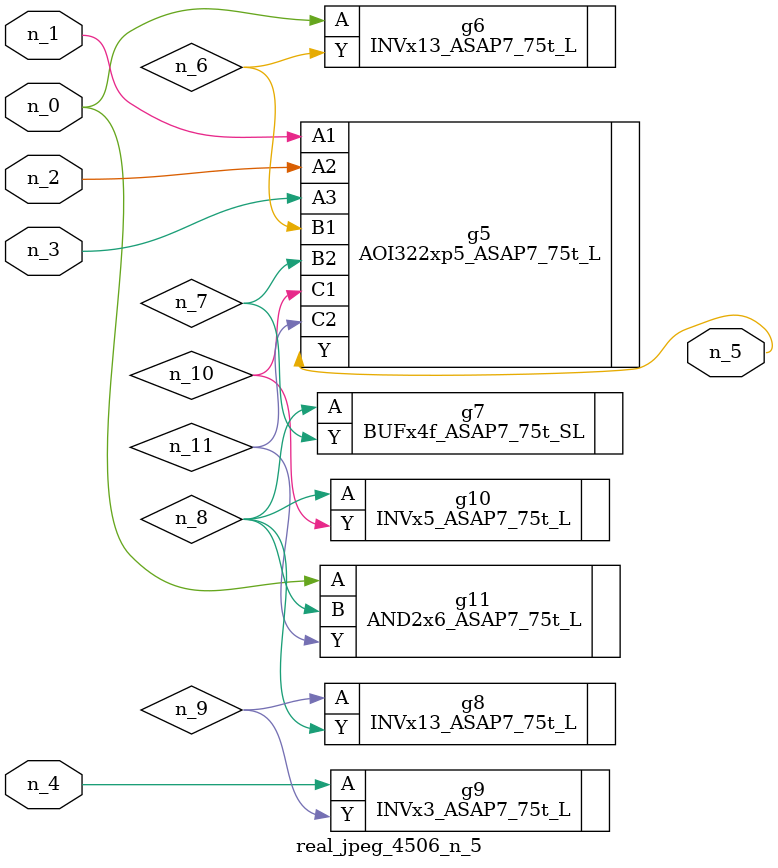
<source format=v>
module real_jpeg_4506_n_5 (n_4, n_0, n_1, n_2, n_3, n_5);

input n_4;
input n_0;
input n_1;
input n_2;
input n_3;

output n_5;

wire n_8;
wire n_11;
wire n_6;
wire n_7;
wire n_10;
wire n_9;

INVx13_ASAP7_75t_L g6 ( 
.A(n_0),
.Y(n_6)
);

AND2x6_ASAP7_75t_L g11 ( 
.A(n_0),
.B(n_8),
.Y(n_11)
);

AOI322xp5_ASAP7_75t_L g5 ( 
.A1(n_1),
.A2(n_2),
.A3(n_3),
.B1(n_6),
.B2(n_7),
.C1(n_10),
.C2(n_11),
.Y(n_5)
);

INVx3_ASAP7_75t_L g9 ( 
.A(n_4),
.Y(n_9)
);

BUFx4f_ASAP7_75t_SL g7 ( 
.A(n_8),
.Y(n_7)
);

INVx5_ASAP7_75t_L g10 ( 
.A(n_8),
.Y(n_10)
);

INVx13_ASAP7_75t_L g8 ( 
.A(n_9),
.Y(n_8)
);


endmodule
</source>
